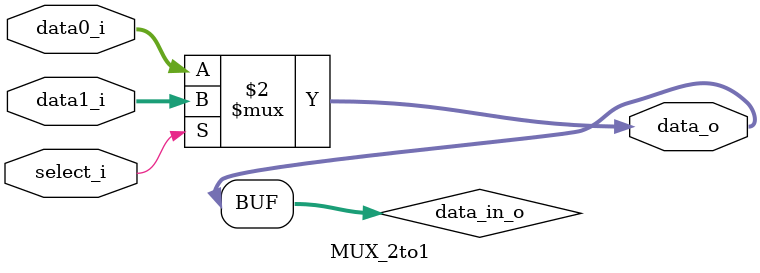
<source format=v>

module MUX_2to1(
    data0_i,
    data1_i,
    select_i,
    data_o
    );

parameter size = 0;

//I/O ports
input   [size-1:0] data0_i;
input   [size-1:0] data1_i;
input              select_i;
output  [size-1:0] data_o;

//Internal Signals
reg     [size-1:0] data_in_o;

assign data_o = data_in_o;

always @(*) begin
	data_in_o = (select_i) ? data1_i : data0_i;
end

endmodule

</source>
